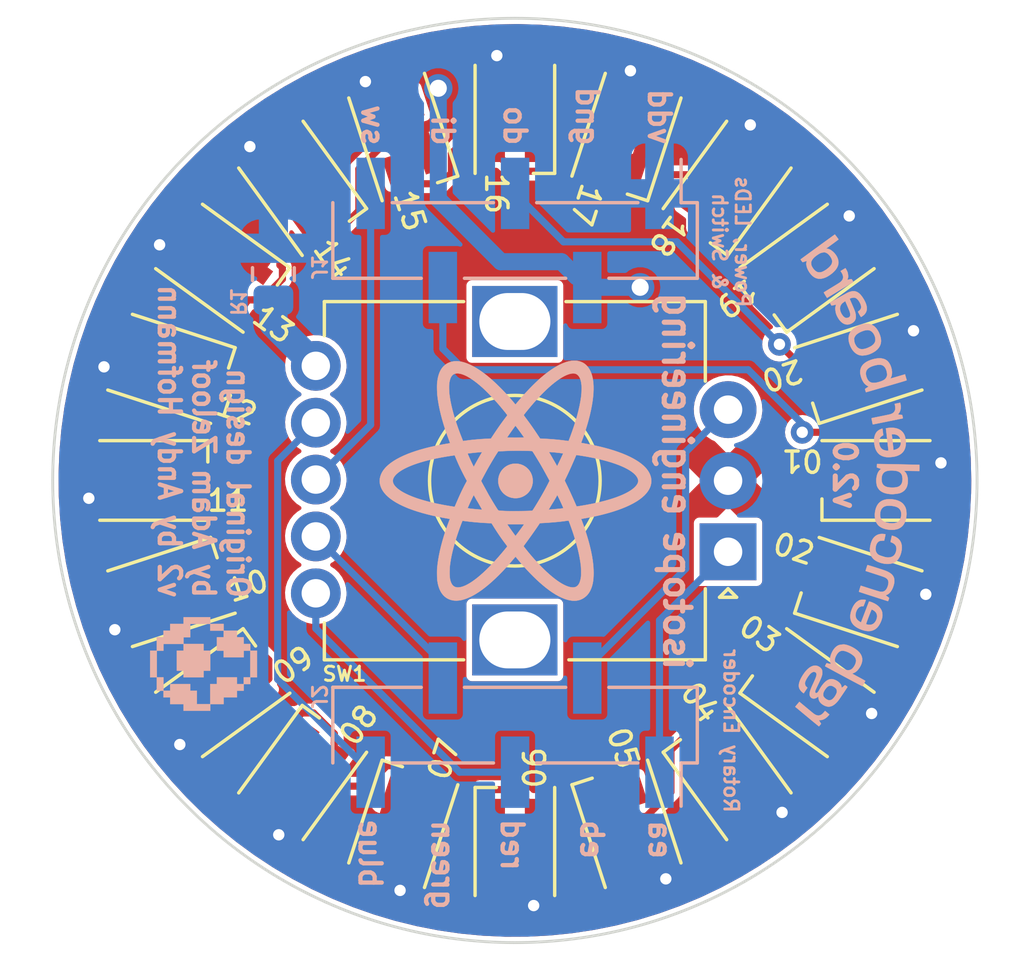
<source format=kicad_pcb>
(kicad_pcb (version 20211014) (generator pcbnew)
  (layers (0 "F.Cu" signal) (31 "B.Cu" signal) (34 "B.Paste" user) (35 "F.Paste" user) (36 "B.SilkS" user "B.Silkscreen") (37 "F.SilkS" user "F.Silkscreen") (38 "B.Mask" user) (39 "F.Mask" user) (44 "Edge.Cuts" user))
  (net 0 "")
  (net 1 "DIN")
  (net 2 "+5V")
  (net 3 "GND")
  (net 4 "Net-(D1-Pad1)")
  (net 5 "Net-(D2-Pad1)")
  (net 6 "Net-(D3-Pad1)")
  (net 7 "Net-(D4-Pad1)")
  (net 8 "Net-(D5-Pad1)")
  (net 9 "Net-(D6-Pad1)")
  (net 10 "Net-(D7-Pad1)")
  (net 11 "Net-(D8-Pad1)")
  (net 12 "Net-(D10-Pad3)")
  (net 13 "Net-(D10-Pad1)")
  (net 14 "Net-(D11-Pad1)")
  (net 15 "Net-(D12-Pad1)")
  (net 16 "Net-(D13-Pad1)")
  (net 17 "Net-(D14-Pad1)")
  (net 18 "Net-(D15-Pad1)")
  (net 19 "Net-(D16-Pad1)")
  (net 20 "Net-(D17-Pad1)")
  (net 21 "Net-(D18-Pad1)")
  (net 22 "Net-(D19-Pad1)")
  (net 23 "DOUT")
  (net 24 "ENC_A")
  (net 25 "ENC_B")
  (net 26 "SW_A")
  (net 27 "T5 {slash} Red")
  (net 28 "T2 {slash} Blue")
  (net 29 "T4 {slash} Green")
  (net 30 "Net-(R1-Pad2)")
  (footprint "LED_SMD:LED_SK6805_PLCC4_2.4x2.7mm_P1.3mm" (layer "F.Cu") (at 191.6938 76.89342)
    (fp_text reference "D1" hide)
    (fp_text value "SK6805")
    (fp_text user "01" (at -2.5938 -0.69342 180 unlocked) (layer "F.SilkS") (effects (font (size 0.75 0.75) (thickness 0.12))))
    (pad "1" smd rect locked (at -1 -0.65) (size 1 0.6) (layers "F.Cu" "F.Paste" "F.Mask") (net 4 "Net-(D1-Pad1)"))
    (pad "2" smd rect locked (at -1 0.65) (size 1 0.6) (layers "F.Cu" "F.Paste" "F.Mask") (net 3 "GND"))
    (pad "3" smd rect locked (at 1 0.65) (size 1 0.6) (layers "F.Cu" "F.Paste" "F.Mask") (net 1 "DIN"))
    (pad "4" smd rect locked (at 1 -0.65) (size 1 0.6) (layers "F.Cu" "F.Paste" "F.Mask") (net 2 "+5V"))
  )
  (footprint "LED_SMD:LED_SK6805_PLCC4_2.4x2.7mm_P1.3mm" (layer "F.Cu") (at 191.072217 80.817935 -18)
    (fp_text reference "D2" hide)
    (fp_text value "SK6805")
    (fp_text user "02" (at -2.630074 -0.741488 -18) (layer "F.SilkS") (effects (font (size 0.75 0.75) (thickness 0.12))))
    (pad "1" smd rect locked (at -1 -0.65 342) (size 1 0.6) (layers "F.Cu" "F.Paste" "F.Mask") (net 5 "Net-(D2-Pad1)"))
    (pad "2" smd rect locked (at -1 0.65 342) (size 1 0.6) (layers "F.Cu" "F.Paste" "F.Mask") (net 3 "GND"))
    (pad "3" smd rect locked (at 1 0.65 342) (size 1 0.6) (layers "F.Cu" "F.Paste" "F.Mask") (net 4 "Net-(D1-Pad1)"))
    (pad "4" smd rect locked (at 1 -0.65 342) (size 1 0.6) (layers "F.Cu" "F.Paste" "F.Mask") (net 2 "+5V"))
  )
  (footprint "LED_SMD:LED_SK6805_PLCC4_2.4x2.7mm_P1.3mm" (layer "F.Cu") (at 189.268315 84.358292 -36)
    (fp_text reference "D3" hide)
    (fp_text value "SK6805")
    (fp_text user "03" (at -2.559529 -0.684582 -36) (layer "F.SilkS") (effects (font (size 0.75 0.75) (thickness 0.12))))
    (pad "1" smd rect locked (at -1 -0.65 324) (size 1 0.6) (layers "F.Cu" "F.Paste" "F.Mask") (net 6 "Net-(D3-Pad1)"))
    (pad "2" smd rect locked (at -1 0.65 324) (size 1 0.6) (layers "F.Cu" "F.Paste" "F.Mask") (net 3 "GND"))
    (pad "3" smd rect locked (at 1 0.65 324) (size 1 0.6) (layers "F.Cu" "F.Paste" "F.Mask") (net 5 "Net-(D2-Pad1)"))
    (pad "4" smd rect locked (at 1 -0.65 324) (size 1 0.6) (layers "F.Cu" "F.Paste" "F.Mask") (net 2 "+5V"))
  )
  (footprint "LED_SMD:LED_SK6805_PLCC4_2.4x2.7mm_P1.3mm" (layer "F.Cu") (at 186.458672 87.167935 -54)
    (fp_text reference "D4" hide)
    (fp_text value "SK6805")
    (fp_text user "04" (at -2.560095 -0.675034 -54) (layer "F.SilkS") (effects (font (size 0.75 0.75) (thickness 0.12))))
    (pad "1" smd rect locked (at -1 -0.65 306) (size 1 0.6) (layers "F.Cu" "F.Paste" "F.Mask") (net 7 "Net-(D4-Pad1)"))
    (pad "2" smd rect locked (at -1 0.65 306) (size 1 0.6) (layers "F.Cu" "F.Paste" "F.Mask") (net 3 "GND"))
    (pad "3" smd rect locked (at 1 0.65 306) (size 1 0.6) (layers "F.Cu" "F.Paste" "F.Mask") (net 6 "Net-(D3-Pad1)"))
    (pad "4" smd rect locked (at 1 -0.65 306) (size 1 0.6) (layers "F.Cu" "F.Paste" "F.Mask") (net 2 "+5V"))
  )
  (footprint "LED_SMD:LED_SK6805_PLCC4_2.4x2.7mm_P1.3mm" (layer "F.Cu") (at 182.918315 88.971837 -72)
    (fp_text reference "D5" hide)
    (fp_text value "SK6805")
    (fp_text user "05" (at -2.577629 -0.713119 -72) (layer "F.SilkS") (effects (font (size 0.75 0.75) (thickness 0.12))))
    (pad "1" smd rect locked (at -1 -0.65 288) (size 1 0.6) (layers "F.Cu" "F.Paste" "F.Mask") (net 8 "Net-(D5-Pad1)"))
    (pad "2" smd rect locked (at -1 0.65 288) (size 1 0.6) (layers "F.Cu" "F.Paste" "F.Mask") (net 3 "GND"))
    (pad "3" smd rect locked (at 1 0.65 288) (size 1 0.6) (layers "F.Cu" "F.Paste" "F.Mask") (net 7 "Net-(D4-Pad1)"))
    (pad "4" smd rect locked (at 1 -0.65 288) (size 1 0.6) (layers "F.Cu" "F.Paste" "F.Mask") (net 2 "+5V"))
  )
  (footprint "LED_SMD:LED_SK6805_PLCC4_2.4x2.7mm_P1.3mm" (layer "F.Cu") (at 178.9938 89.59342 -90)
    (fp_text reference "D6" hide)
    (fp_text value "SK6805")
    (fp_text user "06" (at -2.59342 -0.7062 -90) (layer "F.SilkS") (effects (font (size 0.75 0.75) (thickness 0.12))))
    (pad "1" smd rect locked (at -1 -0.65 270) (size 1 0.6) (layers "F.Cu" "F.Paste" "F.Mask") (net 9 "Net-(D6-Pad1)"))
    (pad "2" smd rect locked (at -1 0.65 270) (size 1 0.6) (layers "F.Cu" "F.Paste" "F.Mask") (net 3 "GND"))
    (pad "3" smd rect locked (at 1 0.65 270) (size 1 0.6) (layers "F.Cu" "F.Paste" "F.Mask") (net 8 "Net-(D5-Pad1)"))
    (pad "4" smd rect locked (at 1 -0.65 270) (size 1 0.6) (layers "F.Cu" "F.Paste" "F.Mask") (net 2 "+5V"))
  )
  (footprint "LED_SMD:LED_SK6805_PLCC4_2.4x2.7mm_P1.3mm" (layer "F.Cu") (at 175.069284 88.971837 -108)
    (fp_text reference "D7" hide)
    (fp_text value "SK6805")
    (fp_text user "07" (at -2.602761 -0.658656 -108) (layer "F.SilkS") (effects (font (size 0.75 0.75) (thickness 0.12))))
    (pad "1" smd rect locked (at -1 -0.65 252) (size 1 0.6) (layers "F.Cu" "F.Paste" "F.Mask") (net 10 "Net-(D7-Pad1)"))
    (pad "2" smd rect locked (at -1 0.65 252) (size 1 0.6) (layers "F.Cu" "F.Paste" "F.Mask") (net 3 "GND"))
    (pad "3" smd rect locked (at 1 0.65 252) (size 1 0.6) (layers "F.Cu" "F.Paste" "F.Mask") (net 9 "Net-(D6-Pad1)"))
    (pad "4" smd rect locked (at 1 -0.65 252) (size 1 0.6) (layers "F.Cu" "F.Paste" "F.Mask") (net 2 "+5V"))
  )
  (footprint "LED_SMD:LED_SK6805_PLCC4_2.4x2.7mm_P1.3mm" (layer "F.Cu") (at 171.528927 87.167935 -126)
    (fp_text reference "D8" hide)
    (fp_text value "SK6805")
    (fp_text user "08" (at -2.507955 -0.614244 -126) (layer "F.SilkS") (effects (font (size 0.75 0.75) (thickness 0.12))))
    (pad "1" smd rect locked (at -1 -0.65 234) (size 1 0.6) (layers "F.Cu" "F.Paste" "F.Mask") (net 11 "Net-(D8-Pad1)"))
    (pad "2" smd rect locked (at -1 0.65 234) (size 1 0.6) (layers "F.Cu" "F.Paste" "F.Mask") (net 3 "GND"))
    (pad "3" smd rect locked (at 1 0.65 234) (size 1 0.6) (layers "F.Cu" "F.Paste" "F.Mask") (net 10 "Net-(D7-Pad1)"))
    (pad "4" smd rect locked (at 1 -0.65 234) (size 1 0.6) (layers "F.Cu" "F.Paste" "F.Mask") (net 2 "+5V"))
  )
  (footprint "LED_SMD:LED_SK6805_PLCC4_2.4x2.7mm_P1.3mm" (layer "F.Cu") (at 168.719284 84.358292 -144)
    (fp_text reference "D9" hide)
    (fp_text value "SK6805")
    (fp_text user "09" (at -2.570211 -0.682854 -144) (layer "F.SilkS") (effects (font (size 0.75 0.75) (thickness 0.12))))
    (pad "1" smd rect locked (at -1 -0.65 216) (size 1 0.6) (layers "F.Cu" "F.Paste" "F.Mask") (net 12 "Net-(D10-Pad3)"))
    (pad "2" smd rect locked (at -1 0.65 216) (size 1 0.6) (layers "F.Cu" "F.Paste" "F.Mask") (net 3 "GND"))
    (pad "3" smd rect locked (at 1 0.65 216) (size 1 0.6) (layers "F.Cu" "F.Paste" "F.Mask") (net 11 "Net-(D8-Pad1)"))
    (pad "4" smd rect locked (at 1 -0.65 216) (size 1 0.6) (layers "F.Cu" "F.Paste" "F.Mask") (net 2 "+5V"))
  )
  (footprint "LED_SMD:LED_SK6805_PLCC4_2.4x2.7mm_P1.3mm" (layer "F.Cu") (at 166.915382 80.817935 -162)
    (fp_text reference "D10" hide)
    (fp_text value "SK6805")
    (fp_text user "10" (at -2.620569 -0.622324 -162) (layer "F.SilkS") (effects (font (size 0.75 0.75) (thickness 0.12))))
    (pad "1" smd rect locked (at -1 -0.65 198) (size 1 0.6) (layers "F.Cu" "F.Paste" "F.Mask") (net 13 "Net-(D10-Pad1)"))
    (pad "2" smd rect locked (at -1 0.65 198) (size 1 0.6) (layers "F.Cu" "F.Paste" "F.Mask") (net 3 "GND"))
    (pad "3" smd rect locked (at 1 0.65 198) (size 1 0.6) (layers "F.Cu" "F.Paste" "F.Mask") (net 12 "Net-(D10-Pad3)"))
    (pad "4" smd rect locked (at 1 -0.65 198) (size 1 0.6) (layers "F.Cu" "F.Paste" "F.Mask") (net 2 "+5V"))
  )
  (footprint "LED_SMD:LED_SK6805_PLCC4_2.4x2.7mm_P1.3mm" (layer "F.Cu") (at 166.2938 76.89342 180)
    (fp_text reference "D11" hide)
    (fp_text value "SK6805")
    (fp_text user "11" (at -2.6062 -0.70658 180) (layer "F.SilkS") (effects (font (size 0.75 0.75) (thickness 0.12))))
    (pad "1" smd rect locked (at -1 -0.65 180) (size 1 0.6) (layers "F.Cu" "F.Paste" "F.Mask") (net 14 "Net-(D11-Pad1)"))
    (pad "2" smd rect locked (at -1 0.65 180) (size 1 0.6) (layers "F.Cu" "F.Paste" "F.Mask") (net 3 "GND"))
    (pad "3" smd rect locked (at 1 0.65 180) (size 1 0.6) (layers "F.Cu" "F.Paste" "F.Mask") (net 13 "Net-(D10-Pad1)"))
    (pad "4" smd rect locked (at 1 -0.65 180) (size 1 0.6) (layers "F.Cu" "F.Paste" "F.Mask") (net 2 "+5V"))
  )
  (footprint "LED_SMD:LED_SK6805_PLCC4_2.4x2.7mm_P1.3mm" (layer "F.Cu") (at 166.915382 72.968904 162)
    (fp_text reference "D12" hide)
    (fp_text value "SK6805")
    (fp_text user "12" (at -2.615034 -0.655067 342 unlocked) (layer "F.SilkS") (effects (font (size 0.75 0.75) (thickness 0.12))))
    (pad "1" smd rect locked (at -1 -0.65 162) (size 1 0.6) (layers "F.Cu" "F.Paste" "F.Mask") (net 15 "Net-(D12-Pad1)"))
    (pad "2" smd rect locked (at -1 0.65 162) (size 1 0.6) (layers "F.Cu" "F.Paste" "F.Mask") (net 3 "GND"))
    (pad "3" smd rect locked (at 1 0.65 162) (size 1 0.6) (layers "F.Cu" "F.Paste" "F.Mask") (net 14 "Net-(D11-Pad1)"))
    (pad "4" smd rect locked (at 1 -0.65 162) (size 1 0.6) (layers "F.Cu" "F.Paste" "F.Mask") (net 2 "+5V"))
  )
  (footprint "LED_SMD:LED_SK6805_PLCC4_2.4x2.7mm_P1.3mm" (layer "F.Cu") (at 168.719284 69.428547 144)
    (fp_text reference "D13" hide)
    (fp_text value "SK6805")
    (fp_text user "13" (at -2.599421 -0.54826 324 unlocked) (layer "F.SilkS") (effects (font (size 0.75 0.75) (thickness 0.12))))
    (pad "1" smd rect locked (at -1 -0.65 144) (size 1 0.6) (layers "F.Cu" "F.Paste" "F.Mask") (net 16 "Net-(D13-Pad1)"))
    (pad "2" smd rect locked (at -1 0.65 144) (size 1 0.6) (layers "F.Cu" "F.Paste" "F.Mask") (net 3 "GND"))
    (pad "3" smd rect locked (at 1 0.65 144) (size 1 0.6) (layers "F.Cu" "F.Paste" "F.Mask") (net 15 "Net-(D12-Pad1)"))
    (pad "4" smd rect locked (at 1 -0.65 144) (size 1 0.6) (layers "F.Cu" "F.Paste" "F.Mask") (net 2 "+5V"))
  )
  (footprint "LED_SMD:LED_SK6805_PLCC4_2.4x2.7mm_P1.3mm" (layer "F.Cu") (at 171.528927 66.618904 126)
    (fp_text reference "D14" hide)
    (fp_text value "SK6805")
    (fp_text user "14" (at -2.63681 -0.591835 306 unlocked) (layer "F.SilkS") (effects (font (size 0.75 0.75) (thickness 0.12))))
    (pad "1" smd rect locked (at -1 -0.65 126) (size 1 0.6) (layers "F.Cu" "F.Paste" "F.Mask") (net 17 "Net-(D14-Pad1)"))
    (pad "2" smd rect locked (at -1 0.65 126) (size 1 0.6) (layers "F.Cu" "F.Paste" "F.Mask") (net 3 "GND"))
    (pad "3" smd rect locked (at 1 0.65 126) (size 1 0.6) (layers "F.Cu" "F.Paste" "F.Mask") (net 16 "Net-(D13-Pad1)"))
    (pad "4" smd rect locked (at 1 -0.65 126) (size 1 0.6) (layers "F.Cu" "F.Paste" "F.Mask") (net 2 "+5V"))
  )
  (footprint "LED_SMD:LED_SK6805_PLCC4_2.4x2.7mm_P1.3mm" (layer "F.Cu") (at 175.069284 64.815002 108)
    (fp_text reference "D15" hide)
    (fp_text value "SK6805")
    (fp_text user "15" (at -2.529774 -0.579384 288 unlocked) (layer "F.SilkS") (effects (font (size 0.75 0.75) (thickness 0.12))))
    (pad "1" smd rect locked (at -1 -0.65 108) (size 1 0.6) (layers "F.Cu" "F.Paste" "F.Mask") (net 18 "Net-(D15-Pad1)"))
    (pad "2" smd rect locked (at -1 0.65 108) (size 1 0.6) (layers "F.Cu" "F.Paste" "F.Mask") (net 3 "GND"))
    (pad "3" smd rect locked (at 1 0.65 108) (size 1 0.6) (layers "F.Cu" "F.Paste" "F.Mask") (net 17 "Net-(D14-Pad1)"))
    (pad "4" smd rect locked (at 1 -0.65 108) (size 1 0.6) (layers "F.Cu" "F.Paste" "F.Mask") (net 2 "+5V"))
  )
  (footprint "LED_SMD:LED_SK6805_PLCC4_2.4x2.7mm_P1.3mm" (layer "F.Cu") (at 178.993799 64.19342 90)
    (fp_text reference "D16" hide)
    (fp_text value "SK6805")
    (fp_text user "16" (at -2.60658 -0.65 270 unlocked) (layer "F.SilkS") (effects (font (size 0.75 0.75) (thickness 0.12))))
    (pad "1" smd rect locked (at -1 -0.65 90) (size 1 0.6) (layers "F.Cu" "F.Paste" "F.Mask") (net 19 "Net-(D16-Pad1)"))
    (pad "2" smd rect locked (at -1 0.65 90) (size 1 0.6) (layers "F.Cu" "F.Paste" "F.Mask") (net 3 "GND"))
    (pad "3" smd rect locked (at 1 0.65 90) (size 1 0.6) (layers "F.Cu" "F.Paste" "F.Mask") (net 18 "Net-(D15-Pad1)"))
    (pad "4" smd rect locked (at 1 -0.65 90) (size 1 0.6) (layers "F.Cu" "F.Paste" "F.Mask") (net 2 "+5V"))
  )
  (footprint "LED_SMD:LED_SK6805_PLCC4_2.4x2.7mm_P1.3mm" (layer "F.Cu") (at 182.918315 64.815002 72)
    (fp_text reference "D17" hide)
    (fp_text value "SK6805")
    (fp_text user "17" (at -2.706551 -0.611893 252 unlocked) (layer "F.SilkS") (effects (font (size 0.75 0.75) (thickness 0.12))))
    (pad "1" smd rect locked (at -1 -0.65 72) (size 1 0.6) (layers "F.Cu" "F.Paste" "F.Mask") (net 20 "Net-(D17-Pad1)"))
    (pad "2" smd rect locked (at -1 0.65 72) (size 1 0.6) (layers "F.Cu" "F.Paste" "F.Mask") (net 3 "GND"))
    (pad "3" smd rect locked (at 1 0.65 72) (size 1 0.6) (layers "F.Cu" "F.Paste" "F.Mask") (net 19 "Net-(D16-Pad1)"))
    (pad "4" smd rect locked (at 1 -0.65 72) (size 1 0.6) (layers "F.Cu" "F.Paste" "F.Mask") (net 2 "+5V"))
  )
  (footprint "LED_SMD:LED_SK6805_PLCC4_2.4x2.7mm_P1.3mm" (layer "F.Cu") (at 186.458672 66.618904 54)
    (fp_text reference "D18" hide)
    (fp_text value "SK6805")
    (fp_text user "18" (at -2.570092 -0.677377 234 unlocked) (layer "F.SilkS") (effects (font (size 0.75 0.75) (thickness 0.12))))
    (pad "1" smd rect locked (at -1 -0.65 54) (size 1 0.6) (layers "F.Cu" "F.Paste" "F.Mask") (net 21 "Net-(D18-Pad1)"))
    (pad "2" smd rect locked (at -1 0.65 54) (size 1 0.6) (layers "F.Cu" "F.Paste" "F.Mask") (net 3 "GND"))
    (pad "3" smd rect locked (at 1 0.65 54) (size 1 0.6) (layers "F.Cu" "F.Paste" "F.Mask") (net 20 "Net-(D17-Pad1)"))
    (pad "4" smd rect locked (at 1 -0.65 54) (size 1 0.6) (layers "F.Cu" "F.Paste" "F.Mask") (net 2 "+5V"))
  )
  (footprint "LED_SMD:LED_SK6805_PLCC4_2.4x2.7mm_P1.3mm" (layer "F.Cu") (at 189.268315 69.428547 36)
    (fp_text reference "D19" hide)
    (fp_text value "SK6805")
    (fp_text user "19" (at -2.626693 -0.584015 216 unlocked) (layer "F.SilkS") (effects (font (size 0.75 0.75) (thickness 0.12))))
    (pad "1" smd rect locked (at -1 -0.65 36) (size 1 0.6) (layers "F.Cu" "F.Paste" "F.Mask") (net 22 "Net-(D19-Pad1)"))
    (pad "2" smd rect locked (at -1 0.65 36) (size 1 0.6) (layers "F.Cu" "F.Paste" "F.Mask") (net 3 "GND"))
    (pad "3" smd rect locked (at 1 0.65 36) (size 1 0.6) (layers "F.Cu" "F.Paste" "F.Mask") (net 21 "Net-(D18-Pad1)"))
    (pad "4" smd rect locked (at 1 -0.65 36) (size 1 0.6) (layers "F.Cu" "F.Paste" "F.Mask") (net 2 "+5V"))
  )
  (footprint "LED_SMD:LED_SK6805_PLCC4_2.4x2.7mm_P1.3mm" (layer "F.Cu") (at 191.072217 72.968904 18)
    (fp_text reference "D20" hide)
    (fp_text value "SK6805")
    (fp_text user "20" (at -2.612842 -0.605975 198 unlocked) (layer "F.SilkS") (effects (font (size 0.75 0.75) (thickness 0.12))))
    (pad "1" smd rect locked (at -1 -0.65 18) (size 1 0.6) (layers "F.Cu" "F.Paste" "F.Mask") (net 23 "DOUT"))
    (pad "2" smd rect locked (at -1 0.65 18) (size 1 0.6) (layers "F.Cu" "F.Paste" "F.Mask") (net 3 "GND"))
    (pad "3" smd rect locked (at 1 0.65 18) (size 1 0.6) (layers "F.Cu" "F.Paste" "F.Mask") (net 22 "Net-(D19-Pad1)"))
    (pad "4" smd rect locked (at 1 -0.65 18) (size 1 0.6) (layers "F.Cu" "F.Paste" "F.Mask") (net 2 "+5V"))
  )
  (footprint "Andys-Footprints:LED_RotaryEncoder_Alps_EC12E-Switch_Vertical_H20mm" (layer "F.Cu") (at 186.49188 79.40294 180)
    (fp_text reference "SW1" (at 13.49188 -4.29706 180) (layer "F.SilkS") (effects (font (size 0.5 0.5) (thickness 0.1))))
    (fp_text value "Rotary_Encoder_Switch")
    (pad "A" thru_hole rect locked (at 0 0 180) (size 2 2) (drill 1) (layers *.Cu *.Mask) (net 24 "ENC_A"))
    (pad "B" thru_hole circle locked (at 0 5 180) (size 2 2) (drill 1) (layers *.Cu *.Mask) (net 25 "ENC_B"))
    (pad "C" thru_hole circle locked (at 0 2.5 180) (size 2 2) (drill 1) (layers *.Cu *.Mask) (net 3 "GND") (thermal_gap 0.5))
    (pad "MP" thru_hole rect locked (at 7.5 -3.1 180) (size 3 2.5) (drill oval 2.5 2) (layers *.Cu *.Mask))
    (pad "MP" thru_hole rect locked (at 7.5 8.1 180) (size 3 2.5) (drill oval 2.5 2) (layers *.Cu *.Mask))
    (pad "T1" thru_hole circle locked (at 14.5 6.54 180) (size 1.75 1.75) (drill 1) (layers *.Cu *.Mask) (net 30 "Net-(R1-Pad2)"))
    (pad "T2" thru_hole circle locked (at 14.5 4.54 180) (size 1.75 1.75) (drill 1) (layers *.Cu *.Mask) (net 28 "T2 {slash} Blue"))
    (pad "T3" thru_hole circle locked (at 14.5 2.54 180) (size 1.75 1.75) (drill 1) (layers *.Cu *.Mask) (net 26 "SW_A"))
    (pad "T4" thru_hole circle locked (at 14.5 0.54 180) (size 1.75 1.75) (drill 1) (layers *.Cu *.Mask) (net 29 "T4 {slash} Green"))
    (pad "T5" thru_hole circle locked (at 14.5 -1.46 180) (size 1.75 1.75) (drill 1) (layers *.Cu *.Mask) (net 27 "T5 {slash} Red"))
  )
  (footprint "Connector_PinHeader_2.54mm:PinHeader_1x05_P2.54mm_Vertical_SMD_Pin1Right" (layer "B.Cu") (at 179 68.453 90)
    (fp_text reference "J1" (at -0.947 -6.9 270 unlocked) (layer "B.SilkS") (effects (font (size 0.5 0.5) (thickness 0.1)) (justify mirror)))
    (fp_text value "Conn_01x04_Male")
    (fp_text user "sw" (at 4.053 -5 270 unlocked) (layer "B.SilkS") (effects (font (size 0.75 0.75)) (justify mirror)))
    (fp_text user "gnd" (at 4.373 2.54 270 unlocked) (layer "B.SilkS") (effects (font (size 0.75 0.75)) (justify mirror)))
    (fp_text user "do" (at 4.043 0 270 unlocked) (layer "B.SilkS") (effects (font (size 0.75 0.75)) (justify mirror)))
    (fp_text user "vdd" (at 4.353 5.08 270 unlocked) (layer "B.SilkS") (effects (font (size 0.75 0.75)) (justify mirror)))
    (fp_text user "di" (at 3.873 -2.54 270 unlocked) (layer "B.SilkS") (effects (font (size 0.75 0.75)) (justify mirror)))
    (pad "1" smd rect locked (at 1.655 5.08 90) (size 2.51 1) (layers "B.Cu" "B.Paste" "B.Mask") (net 2 "+5V") (thermal_gap 0.5))
    (pad "2" smd rect locked (at -1.655 2.54 90) (size 2.51 1) (layers "B.Cu" "B.Paste" "B.Mask") (net 3 "GND"))
    (pad "3" smd rect locked (at 1.655 0 90) (size 2.51 1) (layers "B.Cu" "B.Paste" "B.Mask") (net 23 "DOUT"))
    (pad "4" smd rect locked (at -1.655 -2.54 90) (size 2.51 1) (layers "B.Cu" "B.Paste" "B.Mask") (net 1 "DIN"))
    (pad "5" smd rect locked (at 1.655 -5.08 90) (size 2.51 1) (layers "B.Cu" "B.Paste" "B.Mask") (net 26 "SW_A"))
  )
  (footprint "Andys-Footprints:Yoshi-Egg-Small" (layer "B.Cu") (at 168.05 83.35 90)
    (fp_text reference "G***" hide)
    (fp_text value "LOGO" hide)
  )
  (footprint "Resistor_SMD:R_0805_2012Metric" (layer "B.Cu") (at 170.5 69.6375 -90)
    (fp_text reference "R1" (at 0.9725 1.25 -90 unlocked) (layer "B.SilkS") (effects (font (size 0.5 0.5) (thickness 0.1)) (justify mirror)))
    (fp_text value "200R")
    (pad "1" smd roundrect locked (at -0.9125 0 270) (size 1.025 1.4) (layers "B.Cu" "B.Paste" "B.Mask") (roundrect_rratio 0.243902439) (net 2 "+5V") (thermal_gap 0.5))
    (pad "2" smd roundrect locked (at 0.9125 0 270) (size 1.025 1.4) (layers "B.Cu" "B.Paste" "B.Mask") (roundrect_rratio 0.243902439) (net 30 "Net-(R1-Pad2)"))
  )
  (footprint "Hardware V1:b.ss" (layer "B.Cu") (at 179 76.9 90)
    (fp_text reference "G***" hide)
    (fp_text value "LOGO" hide)
  )
  (footprint "Connector_PinHeader_2.54mm:PinHeader_1x05_P2.54mm_Vertical_SMD_Pin1Left" (layer "B.Cu") (at 179 85.5 90)
    (fp_text reference "J2" (at 1 -6.9 270 unlocked) (layer "B.SilkS") (effects (font (size 0.5 0.5) (thickness 0.1)) (justify mirror)))
    (fp_text value "Conn_01x06_Male")
    (fp_text user "ea" (at -4.02 5.1 270 unlocked) (layer "B.SilkS") (effects (font (size 0.75 0.75)) (justify mirror)))
    (fp_text user "blue" (at -4.52 -5.1 270 unlocked) (layer "B.SilkS") (effects (font (size 0.75 0.75)) (justify mirror)))
    (fp_text user "green" (at -4.91 -2.54 270 unlocked) (layer "B.SilkS") (effects (font (size 0.75 0.75)) (justify mirror)))
    (fp_text user "red" (at -4.21 -0.1 270 unlocked) (layer "B.SilkS") (effects (font (size 0.75 0.75)) (justify mirror)))
    (fp_text user "eb" (at -4.02 2.7 270 unlocked) (layer "B.SilkS") (effects (font (size 0.75 0.75)) (justify mirror)))
    (pad "1" smd rect locked (at -1.655 5.08 90) (size 2.51 1) (layers "B.Cu" "B.Paste" "B.Mask") (net 24 "ENC_A"))
    (pad "2" smd rect locked (at 1.655 2.54 90) (size 2.51 1) (layers "B.Cu" "B.Paste" "B.Mask") (net 25 "ENC_B"))
    (pad "3" smd rect locked (at -1.655 0 90) (size 2.51 1) (layers "B.Cu" "B.Paste" "B.Mask") (net 27 "T5 {slash} Red"))
    (pad "4" smd rect locked (at 1.655 -2.54 90) (size 2.51 1) (layers "B.Cu" "B.Paste" "B.Mask") (net 29 "T4 {slash} Green"))
    (pad "5" smd rect locked (at -1.655 -5.08 90) (size 2.51 1) (layers "B.Cu" "B.Paste" "B.Mask") (net 28 "T2 {slash} Blue"))
  )
  (gr_circle (center 178.9938 76.89342) (end 195.2498 76.89342) (layer "Edge.Cuts") (width 0.1) (fill none))
  (gr_text "v2.0" (at 190.6 76.7 -90) (layer "B.SilkS") (effects (font (size 0.75 0.75) (thickness 0.18)) (justify mirror)))
  (gr_text "isotope" (at 184.7 81.1 -90) (layer "B.SilkS") (effects (font (size 0.9 0.9) (thickness 0.18)) (justify mirror)))
  (gr_text "Original design\nby Adam Zeloof\nv2 by Andy Hofmann" (at 168.05 81.1 270) (layer "B.SilkS") (effects (font (size 0.75 0.7)) (justify left mirror)))
  (gr_text "Power, LEDs\n& Switch" (at 186.6 68.5 -90) (layer "B.SilkS") (effects (font (size 0.5 0.5) (thickness 0.1)) (justify mirror)))
  (gr_text "engineering" (at 184.7 74.2 -90) (layer "B.SilkS") (effects (font (size 1 0.9) (thickness 0.18)) (justify mirror)))
  (gr_text "Rotary Encoder" (at 186.6 85.7 -90) (layer "B.SilkS") (effects (font (size 0.5 0.5) (thickness 0.1)) (justify mirror)))
  (segment (start 191.099402 75.2) (end 191.869289 75.969887) (width 0.25) (layer "F.Cu") (net 1))
  (segment (start 192.4938 77.54342) (end 192.6938 77.54342) (width 0.25) (layer "F.Cu") (net 1))
  (segment (start 189.1 75.2) (end 191.099402 75.2) (width 0.25) (layer "F.Cu") (net 1))
  (segment (start 191.869289 76.718909) (end 192.6938 77.54342) (width 0.25) (layer "F.Cu") (net 1))
  (segment (start 191.869289 75.969887) (end 191.869289 76.718909) (width 0.25) (layer "F.Cu") (net 1))
  (via (at 189.1 75.2) (size 0.8) (drill 0.4) (layers "F.Cu" "B.Cu") (net 1))
  (segment (start 176.46 72.26) (end 176.46 70.108) (width 0.25) (layer "B.Cu") (net 1))
  (segment (start 189.1 74.9) (end 187.2 73) (width 0.25) (layer "B.Cu") (net 1))
  (segment (start 177.2 73) (end 176.46 72.26) (width 0.25) (layer "B.Cu") (net 1))
  (segment (start 187.2 73) (end 177.2 73) (width 0.25) (layer "B.Cu") (net 1))
  (segment (start 189.1 75.2) (end 189.1 74.9) (width 0.25) (layer "B.Cu") (net 1))
  (segment (start 184.3024 90.9066) (end 184.3024 90.178913) (width 0.25) (layer "F.Cu") (net 2))
  (segment (start 178.3588 61.9506) (end 178.3588 63.178419) (width 0.25) (layer "F.Cu") (net 2))
  (segment (start 170.688 89.138015) (end 171.467003 88.359012) (width 0.25) (layer "F.Cu") (net 2))
  (segment (start 166.766984 68.6054) (end 167.528207 69.366623) (width 0.25) (layer "F.Cu") (net 2))
  (segment (start 165.766726 82.1436) (end 166.165187 81.745139) (width 0.25) (layer "F.Cu") (net 2))
  (segment (start 173.736 62.865) (end 173.736 63.658727) (width 0.25) (layer "F.Cu") (net 2))
  (segment (start 183.0578 62.484) (end 183.0578 63.214429) (width 0.25) (layer "F.Cu") (net 2))
  (segment (start 164.5412 72.898) (end 165.38339 72.898) (width 0.25) (layer "F.Cu") (net 2))
  (segment (start 184.3024 90.178913) (end 183.845519 89.722032) (width 0.25) (layer "F.Cu") (net 2))
  (segment (start 164.9222 82.1436) (end 165.766726 82.1436) (width 0.25) (layer "F.Cu") (net 2))
  (segment (start 165.27118 77.5208) (end 165.2938 77.54342) (width 0.25) (layer "F.Cu") (net 2))
  (segment (start 178.3588 63.178419) (end 178.343799 63.19342) (width 0.25) (layer "F.Cu") (net 2))
  (segment (start 165.38339 72.898) (end 165.763464 73.278074) (width 0.25) (layer "F.Cu") (net 2))
  (segment (start 192.236112 71.628) (end 191.822412 72.0417) (width 0.25) (layer "F.Cu") (net 2))
  (segment (start 191.129176 85.09) (end 190.459392 84.420216) (width 0.25) (layer "F.Cu") (net 2))
  (segment (start 174.9552 91.313) (end 174.9552 90.547009) (width 0.25) (layer "F.Cu") (net 2))
  (segment (start 170.688 89.3572) (end 170.688 89.138015) (width 0.25) (layer "F.Cu") (net 2))
  (segment (start 192.61437 80.899) (end 192.224135 80.508765) (width 0.25) (layer "F.Cu") (net 2))
  (segment (start 167.582065 86.1822) (end 168.292327 85.471938) (width 0.25) (layer "F.Cu") (net 2))
  (segment (start 193.0146 71.628) (end 192.236112 71.628) (width 0.25) (layer "F.Cu") (net 2))
  (segment (start 192.72658 76.2762) (end 192.6938 76.24342) (width 0.25) (layer "F.Cu") (net 2))
  (segment (start 190.754 67.5894) (end 190.420773 67.5894) (width 0.25) (layer "F.Cu") (net 2))
  (segment (start 179.6542 91.8464) (end 179.6542 90.60382) (width 0.25) (layer "F.Cu") (net 2))
  (segment (start 173.736 63.658727) (end 174.14208 64.064807) (width 0.25) (layer "F.Cu") (net 2))
  (segment (start 193.4464 80.899) (end 192.61437 80.899) (width 0.25) (layer "F.Cu") (net 2))
  (segment (start 187.2742 64.674223) (end 186.520596 65.427827) (width 0.25) (layer "F.Cu") (net 2))
  (segment (start 164.0078 77.5208) (end 165.27118 77.5208) (width 0.25) (layer "F.Cu") (net 2))
  (segment (start 167.2082 86.1822) (end 167.582065 86.1822) (width 0.25) (layer "F.Cu") (net 2))
  (segment (start 188.3918 88.414374) (end 187.572318 87.594892) (width 0.25) (layer "F.Cu") (net 2))
  (segment (start 188.3918 88.5698) (end 188.3918 88.414374) (width 0.25) (layer "F.Cu") (net 2))
  (segment (start 169.672 65.151) (end 169.672 65.448666) (width 0.25) (layer "F.Cu") (net 2))
  (segment (start 193.9798 76.2762) (end 192.72658 76.2762) (width 0.25) (layer "F.Cu") (net 2))
  (segment (start 166.497 68.6054) (end 166.766984 68.6054) (width 0.25) (layer "F.Cu") (net 2))
  (segment (start 191.5414 85.09) (end 191.129176 85.09) (width 0.25) (layer "F.Cu") (net 2))
  (segment (start 183.0578 63.214429) (end 182.609145 63.663084) (width 0.25) (layer "F.Cu") (net 2))
  (segment (start 179.6542 90.60382) (end 179.6438 90.59342) (width 0.25) (layer "F.Cu") (net 2))
  (segment (start 190.420773 67.5894) (end 189.695272 68.314901) (width 0.25) (layer "F.Cu") (net 2))
  (segment (start 169.672 65.448666) (end 170.415281 66.191947) (width 0.25) (layer "F.Cu") (net 2))
  (segment (start 174.9552 90.547009) (end 175.378454 90.123755) (width 0.25) (layer "F.Cu") (net 2))
  (segment (start 187.2742 64.389) (end 187.2742 64.674223) (width 0.25) (layer "F.Cu") (net 2))
  (via (at 164.0078 77.5208) (size 0.8) (drill 0.4) (layers "F.Cu" "B.Cu") (net 2))
  (via (at 178.3588 61.9506) (size 0.8) (drill 0.4) (layers "F.Cu" "B.Cu") (net 2))
  (via (at 166.497 68.6054) (size 0.8) (drill 0.4) (layers "F.Cu" "B.Cu") (net 2))
  (via (at 191.5414 85.09) (size 0.8) (drill 0.4) (layers "F.Cu" "B.Cu") (net 2))
  (via (at 187.2742 64.389) (size 0.8) (drill 0.4) (layers "F.Cu" "B.Cu") (net 2))
  (via (at 183.0578 62.484) (size 0.8) (drill 0.4) (layers "F.Cu" "B.Cu") (net 2))
  (via (at 193.9798 76.2762) (size 0.8) (drill 0.4) (layers "F.Cu" "B.Cu") (net 2))
  (via (at 170.688 89.3572) (size 0.8) (drill 0.4) (layers "F.Cu" "B.Cu") (net 2))
  (via (at 173.736 62.865) (size 0.8) (drill 0.4) (layers "F.Cu" "B.Cu") (net 2))
  (via (at 167.2082 86.1822) (size 0.8) (drill 0.4) (layers "F.Cu" "B.Cu") (net 2))
  (via (at 193.0146 71.628) (size 0.8) (drill 0.4) (layers "F.Cu" "B.Cu") (net 2))
  (via (at 188.3918 88.5698) (size 0.8) (drill 0.4) (layers "F.Cu" "B.Cu") (net 2))
  (via (at 179.6542 91.8464) (size 0.8) (drill 0.4) (layers "F.Cu" "B.Cu") (net 2))
  (via (at 169.672 65.151) (size 0.8) (drill 0.4) (layers "F.Cu" "B.Cu") (net 2))
  (via (at 164.9222 82.1436) (size 0.8) (drill 0.4) (layers "F.Cu" "B.Cu") (net 2))
  (via (at 193.4464 80.899) (size 0.8) (drill 0.4) (layers "F.Cu" "B.Cu") (net 2))
  (via (at 184.3024 90.9066) (size 0.8) (drill 0.4) (layers "F.Cu" "B.Cu") (net 2))
  (via (at 190.754 67.5894) (size 0.8) (drill 0.4) (layers "F.Cu" "B.Cu") (net 2))
  (via (at 174.9552 91.313) (size 0.8) (drill 0.4) (layers "F.Cu" "B.Cu") (net 2))
  (via (at 164.5412 72.898) (size 0.8) (drill 0.4) (layers "F.Cu" "B.Cu") (net 2))
  (segment (start 184.0484 66.798) (end 183.7476 66.798) (width 0.25) (layer "B.Cu") (net 2))
  (via (at 176.3 63.1) (size 1) (drill 0.6) (layers "F.Cu" "B.Cu") (net 3))
  (via (at 183.4 70.1) (size 1) (drill 0.6) (layers "F.Cu" "B.Cu") (net 3))
  (segment (start 180.632 69.2) (end 181.160429 69.728429) (width 0.6) (layer "B.Cu") (net 3))
  (segment (start 176.3 67) (end 178.5 69.2) (width 0.6) (layer "B.Cu") (net 3))
  (segment (start 181.548 70.1) (end 181.54 70.108) (width 0.25) (layer "B.Cu") (net 3))
  (segment (start 183.4 70.1) (end 181.548 70.1) (width 0.6) (layer "B.Cu") (net 3))
  (segment (start 176.3 63.1) (end 176.3 67) (width 0.6) (layer "B.Cu") (net 3))
  (segment (start 178.5 69.2) (end 180.632 69.2) (width 0.6) (layer "B.Cu") (net 3))
  (segment (start 181.160429 69.728429) (end 181.54 70.108) (width 0.25) (layer "B.Cu") (net 3))
  (segment (start 190.4938 76.24342) (end 190.6938 76.24342) (width 0.25) (layer "F.Cu") (net 4))
  (segment (start 191.822412 81.745139) (end 191.822412 81.329701) (width 0.25) (layer "F.Cu") (net 4))
  (segment (start 189.868799 76.868421) (end 190.4938 76.24342) (width 0.25) (layer "F.Cu") (net 4))
  (segment (start 191.822412 81.329701) (end 191.215265 80.722554) (width 0.25) (layer "F.Cu") (net 4))
  (segment (start 189.868799 78.103421) (end 189.868799 76.868421) (width 0.25) (layer "F.Cu") (net 4))
  (segment (start 191.215265 80.722554) (end 191.215265 79.449887) (width 0.25) (layer "F.Cu") (net 4))
  (segment (start 191.215265 79.449887) (end 189.868799 78.103421) (width 0.25) (layer "F.Cu") (net 4))
  (segment (start 189.695272 85.471938) (end 189.695272 84.645386) (width 0.25) (layer "F.Cu") (net 5))
  (segment (start 189.696292 79.890731) (end 190.322022 79.890731) (width 0.25) (layer "F.Cu") (net 5))
  (segment (start 189.747212 83.563198) (end 189.747212 82.112694) (width 0.25) (layer "F.Cu") (net 5))
  (segment (start 189.747212 82.112694) (end 189.027056 81.392538) (width 0.25) (layer "F.Cu") (net 5))
  (segment (start 189.027056 81.392538) (end 189.027056 80.559967) (width 0.25) (layer "F.Cu") (net 5))
  (segment (start 189.553538 84.503652) (end 189.553538 83.756872) (width 0.25) (layer "F.Cu") (net 5))
  (segment (start 189.695272 84.645386) (end 189.553538 84.503652) (width 0.25) (layer "F.Cu") (net 5))
  (segment (start 189.027056 80.559967) (end 189.696292 79.890731) (width 0.25) (layer "F.Cu") (net 5))
  (segment (start 189.553538 83.756872) (end 189.747212 83.563198) (width 0.25) (layer "F.Cu") (net 5))
  (segment (start 186.71071 87.22829) (end 187.2996 86.6394) (width 0.25) (layer "F.Cu") (net 6))
  (segment (start 186.71071 88.168898) (end 186.71071 87.22829) (width 0.25) (layer "F.Cu") (net 6))
  (segment (start 187.2996 84.50802) (end 187.171384 84.379804) (width 0.25) (layer "F.Cu") (net 6))
  (segment (start 187.171384 83.977816) (end 187.904554 83.244646) (width 0.25) (layer "F.Cu") (net 6))
  (segment (start 187.2996 86.6394) (end 187.2996 84.50802) (width 0.25) (layer "F.Cu") (net 6))
  (segment (start 187.904554 83.244646) (end 188.230969 83.244646) (width 0.25) (layer "F.Cu") (net 6))
  (segment (start 187.171384 84.379804) (end 187.171384 83.977816) (width 0.25) (layer "F.Cu") (net 6))
  (segment (start 188.230969 83.244646) (end 188.841358 83.244646) (width 0.25) (layer "F.Cu") (net 6))
  (segment (start 186.520596 88.359012) (end 186.71071 88.168898) (width 0.25) (layer "F.Cu") (net 6))
  (segment (start 183.397038 88.713162) (end 183.616524 88.713162) (width 0.25) (layer "F.Cu") (net 7))
  (segment (start 184.483418 86.37818) (end 185.31341 85.548188) (width 0.25) (layer "F.Cu") (net 7))
  (segment (start 185.31341 85.548188) (end 185.968078 85.548188) (width 0.25) (layer "F.Cu") (net 7))
  (segment (start 183.616524 88.713162) (end 184.483418 87.846268) (width 0.25) (layer "F.Cu") (net 7))
  (segment (start 185.968078 85.548188) (end 186.396748 85.976858) (width 0.25) (layer "F.Cu") (net 7))
  (segment (start 182.917935 89.814965) (end 182.917935 89.192265) (width 0.25) (layer "F.Cu") (net 7))
  (segment (start 184.483418 87.846268) (end 184.483418 86.37818) (width 0.25) (layer "F.Cu") (net 7))
  (segment (start 182.917935 89.192265) (end 183.397038 88.713162) (width 0.25) (layer "F.Cu") (net 7))
  (segment (start 182.609145 90.123755) (end 182.917935 89.814965) (width 0.25) (layer "F.Cu") (net 7))
  (segment (start 180.203801 89.418421) (end 181.226276 88.395946) (width 0.25) (layer "F.Cu") (net 8))
  (segment (start 182.735965 87.328399) (end 182.759973 87.352407) (width 0.25) (layer "F.Cu") (net 8))
  (segment (start 182.759973 87.352407) (end 183.227485 87.819919) (width 0.25) (layer "F.Cu") (net 8))
  (segment (start 178.3438 90.39342) (end 179.318799 89.418421) (width 0.25) (layer "F.Cu") (net 8))
  (segment (start 181.602072 87.328399) (end 182.735965 87.328399) (width 0.25) (layer "F.Cu") (net 8))
  (segment (start 181.226276 87.704195) (end 181.602072 87.328399) (width 0.25) (layer "F.Cu") (net 8))
  (segment (start 178.3438 90.59342) (end 178.3438 90.39342) (width 0.25) (layer "F.Cu") (net 8))
  (segment (start 181.226276 88.395946) (end 181.226276 87.704195) (width 0.25) (layer "F.Cu") (net 8))
  (segment (start 179.318799 89.418421) (end 180.203801 89.418421) (width 0.25) (layer "F.Cu") (net 8))
  (segment (start 174.749227 89.114885) (end 176.437333 89.114885) (width 0.25) (layer "F.Cu") (net 9))
  (segment (start 179.6438 88.39342) (end 179.6438 88.59342) (width 0.25) (layer "F.Cu") (net 9))
  (segment (start 174.14208 89.722032) (end 174.749227 89.114885) (width 0.25) (layer "F.Cu") (net 9))
  (segment (start 177.783799 87.768419) (end 179.018799 87.768419) (width 0.25) (layer "F.Cu") (net 9))
  (segment (start 176.437333 89.114885) (end 177.783799 87.768419) (width 0.25) (layer "F.Cu") (net 9))
  (segment (start 179.018799 87.768419) (end 179.6438 88.39342) (width 0.25) (layer "F.Cu") (net 9))
  (segment (start 170.415281 87.594892) (end 170.886101 87.594892) (width 0.25) (layer "F.Cu") (net 10))
  (segment (start 175.996488 87.595912) (end 175.996488 88.221642) (width 0.25) (layer "F.Cu") (net 10))
  (segment (start 170.886101 87.594892) (end 171.054193 87.4268) (width 0.25) (layer "F.Cu") (net 10))
  (segment (start 172.103989 87.4268) (end 172.324021 87.646832) (width 0.25) (layer "F.Cu") (net 10))
  (segment (start 171.054193 87.4268) (end 172.103989 87.4268) (width 0.25) (layer "F.Cu") (net 10))
  (segment (start 173.774525 87.646832) (end 174.494681 86.926676) (width 0.25) (layer "F.Cu") (net 10))
  (segment (start 174.494681 86.926676) (end 175.327252 86.926676) (width 0.25) (layer "F.Cu") (net 10))
  (segment (start 175.327252 86.926676) (end 175.996488 87.595912) (width 0.25) (layer "F.Cu") (net 10))
  (segment (start 172.324021 87.646832) (end 173.774525 87.646832) (width 0.25) (layer "F.Cu") (net 10))
  (segment (start 171.909403 85.071004) (end 172.642573 85.804174) (width 0.25) (layer "F.Cu") (net 11))
  (segment (start 172.642573 85.804174) (end 172.642573 86.130589) (width 0.25) (layer "F.Cu") (net 11))
  (segment (start 172.642573 86.130589) (end 172.642573 86.740978) (width 0.25) (layer "F.Cu") (net 11))
  (segment (start 168.809803 84.420216) (end 169.547563 85.157976) (width 0.25) (layer "F.Cu") (net 11))
  (segment (start 169.547563 85.157976) (end 171.420443 85.157976) (width 0.25) (layer "F.Cu") (net 11))
  (segment (start 171.420443 85.157976) (end 171.507415 85.071004) (width 0.25) (layer "F.Cu") (net 11))
  (segment (start 171.507415 85.071004) (end 171.909403 85.071004) (width 0.25) (layer "F.Cu") (net 11))
  (segment (start 167.528207 84.420216) (end 168.809803 84.420216) (width 0.25) (layer "F.Cu") (net 11))
  (segment (start 167.174057 81.516144) (end 168.040951 82.383038) (width 0.25) (layer "F.Cu") (net 12))
  (segment (start 167.174057 81.423657) (end 167.174057 81.516144) (width 0.25) (layer "F.Cu") (net 12))
  (segment (start 166.567955 80.817555) (end 167.174057 81.423657) (width 0.25) (layer "F.Cu") (net 12))
  (segment (start 170.339031 83.21303) (end 170.339031 83.867698) (width 0.25) (layer "F.Cu") (net 12))
  (segment (start 170.339031 83.867698) (end 169.910361 84.296368) (width 0.25) (layer "F.Cu") (net 12))
  (segment (start 168.040951 82.383038) (end 169.509039 82.383038) (width 0.25) (layer "F.Cu") (net 12))
  (segment (start 165.763464 80.508765) (end 166.072254 80.817555) (width 0.25) (layer "F.Cu") (net 12))
  (segment (start 169.509039 82.383038) (end 170.339031 83.21303) (width 0.25) (layer "F.Cu") (net 12))
  (segment (start 166.072254 80.817555) (end 166.567955 80.817555) (width 0.25) (layer "F.Cu") (net 12))
  (segment (start 166.468799 77.218419) (end 166.468799 78.103421) (width 0.25) (layer "F.Cu") (net 13))
  (segment (start 167.491274 79.125896) (end 168.183024 79.125896) (width 0.25) (layer "F.Cu") (net 13))
  (segment (start 168.55882 79.501692) (end 168.55882 80.635585) (width 0.25) (layer "F.Cu") (net 13))
  (segment (start 168.55882 80.635585) (end 168.534812 80.659593) (width 0.25) (layer "F.Cu") (net 13))
  (segment (start 168.534812 80.659593) (end 168.0673 81.127105) (width 0.25) (layer "F.Cu") (net 13))
  (segment (start 168.183024 79.125896) (end 168.55882 79.501692) (width 0.25) (layer "F.Cu") (net 13))
  (segment (start 166.468799 78.103421) (end 167.491274 79.125896) (width 0.25) (layer "F.Cu") (net 13))
  (segment (start 165.4938 76.24342) (end 166.468799 77.218419) (width 0.25) (layer "F.Cu") (net 13))
  (segment (start 165.2938 76.24342) (end 165.4938 76.24342) (width 0.25) (layer "F.Cu") (net 13))
  (segment (start 167.4938 77.54342) (end 167.2938 77.54342) (width 0.25) (layer "F.Cu") (net 14))
  (segment (start 166.165187 72.0417) (end 166.772334 72.648847) (width 0.25) (layer "F.Cu") (net 14))
  (segment (start 166.772334 74.336952) (end 168.118801 75.683419) (width 0.25) (layer "F.Cu") (net 14))
  (segment (start 168.118801 75.683419) (end 168.118801 76.918419) (width 0.25) (layer "F.Cu") (net 14))
  (segment (start 168.118801 76.918419) (end 167.4938 77.54342) (width 0.25) (layer "F.Cu") (net 14))
  (segment (start 166.772334 72.648847) (end 166.772334 74.336952) (width 0.25) (layer "F.Cu") (net 14))
  (segment (start 168.292327 69.141453) (end 168.5544 69.403526) (width 0.25) (layer "F.Cu") (net 15))
  (segment (start 168.291307 73.896108) (end 167.665577 73.896108) (width 0.25) (layer "F.Cu") (net 15))
  (segment (start 168.5544 69.403526) (end 168.5544 69.909628) (width 0.25) (layer "F.Cu") (net 15))
  (segment (start 168.292327 68.314901) (end 168.292327 69.141453) (width 0.25) (layer "F.Cu") (net 15))
  (segment (start 168.960543 73.226872) (end 168.291307 73.896108) (width 0.25) (layer "F.Cu") (net 15))
  (segment (start 168.240387 71.674145) (end 168.960543 72.394301) (width 0.25) (layer "F.Cu") (net 15))
  (segment (start 168.240387 70.223641) (end 168.240387 71.674145) (width 0.25) (layer "F.Cu") (net 15))
  (segment (start 168.5544 69.909628) (end 168.240387 70.223641) (width 0.25) (layer "F.Cu") (net 15))
  (segment (start 168.960543 72.394301) (end 168.960543 73.226872) (width 0.25) (layer "F.Cu") (net 15))
  (segment (start 171.467003 65.427827) (end 171.276889 65.617941) (width 0.25) (layer "F.Cu") (net 16))
  (segment (start 170.816215 69.809023) (end 170.083045 70.542193) (width 0.25) (layer "F.Cu") (net 16))
  (segment (start 170.729243 67.192557) (end 170.729243 69.320063) (width 0.25) (layer "F.Cu") (net 16))
  (segment (start 170.083045 70.542193) (end 169.75663 70.542193) (width 0.25) (layer "F.Cu") (net 16))
  (segment (start 169.75663 70.542193) (end 169.146241 70.542193) (width 0.25) (layer "F.Cu") (net 16))
  (segment (start 170.729243 69.320063) (end 170.816215 69.407035) (width 0.25) (layer "F.Cu") (net 16))
  (segment (start 171.276889 65.617941) (end 171.276889 66.644911) (width 0.25) (layer "F.Cu") (net 16))
  (segment (start 170.816215 69.407035) (end 170.816215 69.809023) (width 0.25) (layer "F.Cu") (net 16))
  (segment (start 171.276889 66.644911) (end 170.729243 67.192557) (width 0.25) (layer "F.Cu") (net 16))
  (segment (start 175.069664 63.971874) (end 175.069664 64.706336) (width 0.25) (layer "F.Cu") (net 17))
  (segment (start 174.371075 65.073677) (end 173.504181 65.940571) (width 0.25) (layer "F.Cu") (net 17))
  (segment (start 172.019521 68.238651) (end 171.590851 67.809981) (width 0.25) (layer "F.Cu") (net 17))
  (segment (start 173.504181 65.940571) (end 173.504181 67.408659) (width 0.25) (layer "F.Cu") (net 17))
  (segment (start 175.378454 63.663084) (end 175.069664 63.971874) (width 0.25) (layer "F.Cu") (net 17))
  (segment (start 174.702323 65.073677) (end 174.371075 65.073677) (width 0.25) (layer "F.Cu") (net 17))
  (segment (start 175.069664 64.706336) (end 174.702323 65.073677) (width 0.25) (layer "F.Cu") (net 17))
  (segment (start 173.504181 67.408659) (end 172.674189 68.238651) (width 0.25) (layer "F.Cu") (net 17))
  (segment (start 172.674189 68.238651) (end 172.019521 68.238651) (width 0.25) (layer "F.Cu") (net 17))
  (segment (start 179.643799 63.19342) (end 179.643799 63.39342) (width 0.25) (layer "F.Cu") (net 18))
  (segment (start 177.783798 64.368419) (end 176.761323 65.390894) (width 0.25) (layer "F.Cu") (net 18))
  (segment (start 176.385527 66.45844) (end 175.251634 66.45844) (width 0.25) (layer "F.Cu") (net 18))
  (segment (start 178.6688 64.368419) (end 177.783798 64.368419) (width 0.25) (layer "F.Cu") (net 18))
  (segment (start 176.761323 65.390894) (end 176.761323 66.082644) (width 0.25) (layer "F.Cu") (net 18))
  (segment (start 179.643799 63.39342) (end 178.6688 64.368419) (width 0.25) (layer "F.Cu") (net 18))
  (segment (start 175.227626 66.434432) (end 174.760114 65.96692) (width 0.25) (layer "F.Cu") (net 18))
  (segment (start 175.251634 66.45844) (end 175.227626 66.434432) (width 0.25) (layer "F.Cu") (net 18))
  (segment (start 176.761323 66.082644) (end 176.385527 66.45844) (width 0.25) (layer "F.Cu") (net 18))
  (segment (start 182.822934 64.671954) (end 181.550267 64.671954) (width 0.25) (layer "F.Cu") (net 19))
  (segment (start 183.845519 64.064807) (end 183.430081 64.064807) (width 0.25) (layer "F.Cu") (net 19))
  (segment (start 180.2038 66.018421) (end 178.9688 66.018421) (width 0.25) (layer "F.Cu") (net 19))
  (segment (start 183.430081 64.064807) (end 182.822934 64.671954) (width 0.25) (layer "F.Cu") (net 19))
  (segment (start 178.9688 66.018421) (end 178.343799 65.39342) (width 0.25) (layer "F.Cu") (net 19))
  (segment (start 178.343799 65.39342) (end 178.343799 65.19342) (width 0.25) (layer "F.Cu") (net 19))
  (segment (start 181.550267 64.671954) (end 180.2038 66.018421) (width 0.25) (layer "F.Cu") (net 19))
  (segment (start 185.857252 66.333681) (end 185.663578 66.140007) (width 0.25) (layer "F.Cu") (net 20))
  (segment (start 186.604032 66.333681) (end 185.857252 66.333681) (width 0.25) (layer "F.Cu") (net 20))
  (segment (start 184.213074 66.140007) (end 183.492918 66.860163) (width 0.25) (layer "F.Cu") (net 20))
  (segment (start 187.572318 66.191947) (end 186.745766 66.191947) (width 0.25) (layer "F.Cu") (net 20))
  (segment (start 182.660347 66.860163) (end 181.991111 66.190927) (width 0.25) (layer "F.Cu") (net 20))
  (segment (start 186.745766 66.191947) (end 186.604032 66.333681) (width 0.25) (layer "F.Cu") (net 20))
  (segment (start 181.991111 66.190927) (end 181.991111 65.565197) (width 0.25) (layer "F.Cu") (net 20))
  (segment (start 183.492918 66.860163) (end 182.660347 66.860163) (width 0.25) (layer "F.Cu") (net 20))
  (segment (start 185.663578 66.140007) (end 184.213074 66.140007) (width 0.25) (layer "F.Cu") (net 20))
  (segment (start 188.440036 68.628863) (end 186.567156 68.628863) (width 0.25) (layer "F.Cu") (net 21))
  (segment (start 186.078196 68.715835) (end 185.345026 67.982665) (width 0.25) (layer "F.Cu") (net 21))
  (segment (start 186.480184 68.715835) (end 186.078196 68.715835) (width 0.25) (layer "F.Cu") (net 21))
  (segment (start 186.567156 68.628863) (end 186.480184 68.715835) (width 0.25) (layer "F.Cu") (net 21))
  (segment (start 190.459392 69.366623) (end 189.177796 69.366623) (width 0.25) (layer "F.Cu") (net 21))
  (segment (start 189.177796 69.366623) (end 188.440036 68.628863) (width 0.25) (layer "F.Cu") (net 21))
  (segment (start 185.345026 67.982665) (end 185.345026 67.65625) (width 0.25) (layer "F.Cu") (net 21))
  (segment (start 185.345026 67.65625) (end 185.345026 67.045861) (width 0.25) (layer "F.Cu") (net 21))
  (segment (start 191.467714 72.969284) (end 190.813542 72.315112) (width 0.25) (layer "F.Cu") (net 22))
  (segment (start 191.915345 72.969284) (end 191.467714 72.969284) (width 0.25) (layer "F.Cu") (net 22))
  (segment (start 187.648568 69.919141) (end 188.077238 69.490471) (width 0.25) (layer "F.Cu") (net 22))
  (segment (start 188.47856 71.403801) (end 187.648568 70.573809) (width 0.25) (layer "F.Cu") (net 22))
  (segment (start 187.648568 70.573809) (end 187.648568 69.919141) (width 0.25) (layer "F.Cu") (net 22))
  (segment (start 189.946648 71.403801) (end 188.47856 71.403801) (width 0.25) (layer "F.Cu") (net 22))
  (segment (start 190.813542 72.270695) (end 189.946648 71.403801) (width 0.25) (layer "F.Cu") (net 22))
  (segment (start 192.224135 73.278074) (end 191.915345 72.969284) (width 0.25) (layer "F.Cu") (net 22))
  (segment (start 190.813542 72.315112) (end 190.813542 72.270695) (width 0.25) (layer "F.Cu") (net 22))
  (segment (start 188.852714 72.659734) (end 188.298567 72.105587) (width 0.25) (layer "F.Cu") (net 23))
  (segment (start 189.920299 72.659734) (end 188.852714 72.659734) (width 0.25) (layer "F.Cu") (net 23))
  (via (at 188.298567 72.105587) (size 0.8) (drill 0.4) (layers "F.Cu" "B.Cu") (net 23))
  (segment (start 188.298567 72.105587) (end 184.69298 68.5) (width 0.25) (layer "B.Cu") (net 23))
  (segment (start 180.702 68.5) (end 179 66.798) (width 0.25) (layer "B.Cu") (net 23))
  (segment (start 184.69298 68.5) (end 180.702 68.5) (width 0.25) (layer "B.Cu") (net 23))
  (segment (start 184.08 81.81482) (end 184.08 87.155) (width 0.25) (layer "B.Cu") (net 24))
  (segment (start 186.49188 79.40294) (end 184.08 81.81482) (width 0.25) (layer "B.Cu") (net 24))
  (segment (start 185 75.89482) (end 185 80) (width 0.25) (layer "B.Cu") (net 25))
  (segment (start 185 80) (end 181.54 83.46) (width 0.25) (layer "B.Cu") (net 25))
  (segment (start 186.49188 74.40294) (end 185 75.89482) (width 0.25) (layer "B.Cu") (net 25))
  (segment (start 181.54 83.46) (end 181.54 83.845) (width 0.25) (layer "B.Cu") (net 25))
  (segment (start 173.92 74.93482) (end 171.99188 76.86294) (width 0.25) (layer "B.Cu") (net 26))
  (segment (start 173.92 66.798) (end 173.92 74.93482) (width 0.25) (layer "B.Cu") (net 26))
  (segment (start 177.046504 87.155) (end 179 87.155) (width 0.25) (layer "B.Cu") (net 27))
  (segment (start 171.99188 80.86294) (end 171.99188 82.100376) (width 0.25) (layer "B.Cu") (net 27))
  (segment (start 171.99188 82.100376) (end 177.046504 87.155) (width 0.25) (layer "B.Cu") (net 27))
  (segment (start 170.65 83.885) (end 173.92 87.155) (width 0.25) (layer "B.Cu") (net 28))
  (segment (start 171.99188 74.86294) (end 170.65 76.20482) (width 0.25) (layer "B.Cu") (net 28))
  (segment (start 170.65 76.20482) (end 170.65 83.885) (width 0.25) (layer "B.Cu") (net 28))
  (segment (start 176.46 83.33106) (end 176.46 83.845) (width 0.25) (layer "B.Cu") (net 29))
  (segment (start 171.99188 78.86294) (end 176.46 83.33106) (width 0.25) (layer "B.Cu") (net 29))
  (segment (start 170.5 71.37106) (end 170.5 70.55) (width 1) (layer "B.Cu") (net 30))
  (segment (start 171.99188 72.86294) (end 170.5 71.37106) (width 1) (layer "B.Cu") (net 30))
  (zone (net 3) (net_name "GND") (layer "F.Cu") (connect_pads (clearance 0.2032)) (min_thickness 0.1524) (fill yes (thermal_gap 0.4) (thermal_bridge_width 0.508))
    (polygon (pts (xy 160.8836 59.9948) (xy 196.4436 59.9948) (xy 196.4436 93.0148) (xy 160.8836 93.0148)))
  )
  (zone (net 2) (net_name "+5V") (layer "B.Cu") (connect_pads (clearance 0.2032)) (min_thickness 0.1524) (fill yes (thermal_gap 0.508) (thermal_bridge_width 0.508))
    (polygon (pts (xy 196.9008 60.0225) (xy 161.3408 60.0225) (xy 161.3408 93.5505) (xy 196.9008 93.5505)))
  )
)
</source>
